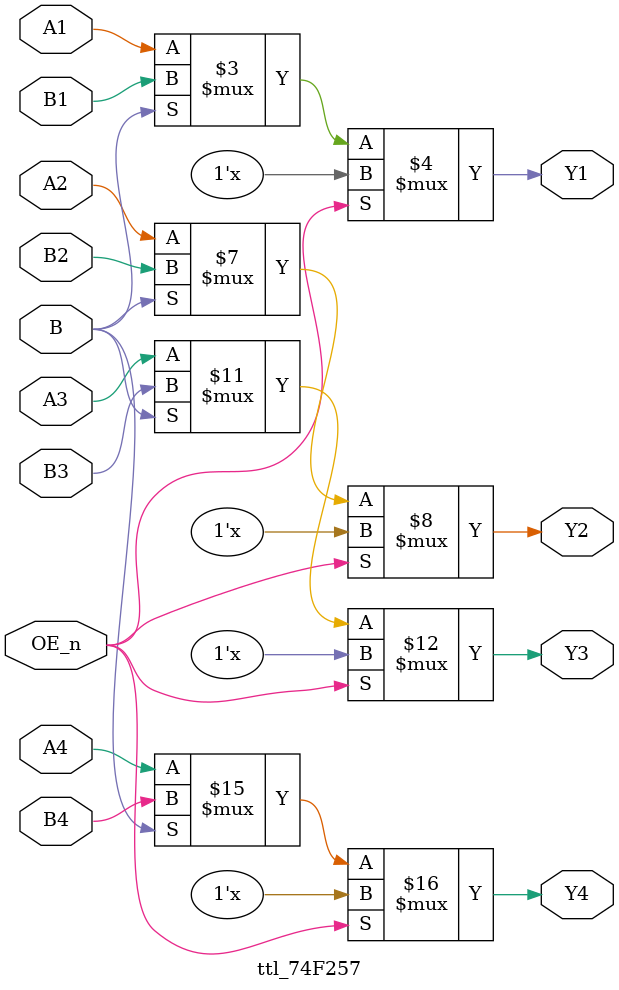
<source format=v>
module ttl_74F257(input A1,
		  input A2,
		  input A3,
		  input A4,
		  input B1,
		  input B2,
		  input B3,
		  input B4,
		  output Y1,
		  output Y2,
		  output Y3,
		  output Y4,
		  input B,
		  input OE_n);
   
   assign Y1 = ~OE_n ? (~B ? A1 : B1) : 1'bz;
   assign Y2 = ~OE_n ? (~B ? A2 : B2) : 1'bz;
   assign Y3 = ~OE_n ? (~B ? A3 : B3) : 1'bz;
   assign Y4 = ~OE_n ? (~B ? A4 : B4) : 1'bz;
   
endmodule // ttl_74F257

</source>
